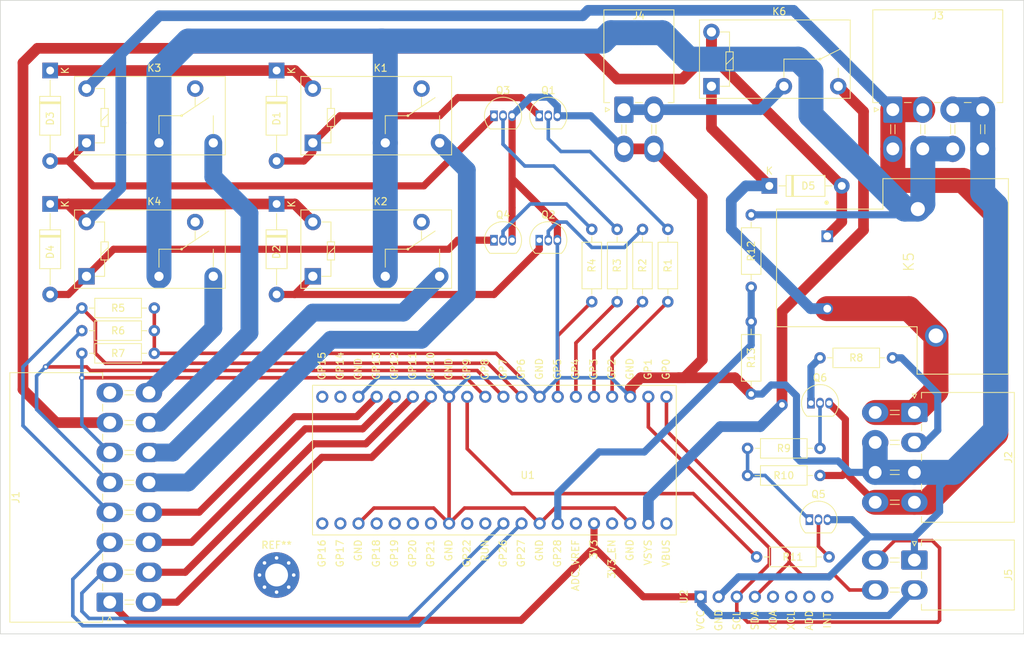
<source format=kicad_pcb>
(kicad_pcb (version 20211014) (generator pcbnew)
  (layers (0 "F.Cu" signal) (31 "B.Cu" signal) (34 "B.Paste" user) (35 "F.Paste" user) (36 "B.SilkS" user "B.Silkscreen") (37 "F.SilkS" user "F.Silkscreen") (38 "B.Mask" user) (39 "F.Mask" user) (44 "Edge.Cuts" user))
  (net 0 "")
  (net 1 "/GP0")
  (net 2 "/GP1")
  (net 3 "GND")
  (net 4 "/GP2")
  (net 5 "/GP3")
  (net 6 "/GP4")
  (net 7 "/GP5")
  (net 8 "/GP6")
  (net 9 "/GP7")
  (net 10 "/Blow Button")
  (net 11 "/GP9")
  (net 12 "/GP10")
  (net 13 "/GP11")
  (net 14 "/GP12")
  (net 15 "/GP13")
  (net 16 "/GP14")
  (net 17 "/GP15")
  (net 18 "/GP16")
  (net 19 "/GP17")
  (net 20 "/GP18")
  (net 21 "/GP19")
  (net 22 "/GP20")
  (net 23 "/GP21")
  (net 24 "/GP22")
  (net 25 "/RUN")
  (net 26 "/GP26")
  (net 27 "/GP27")
  (net 28 "/GP28")
  (net 29 "/ADC_VREF")
  (net 30 "/3V3")
  (net 31 "/3V3_EN")
  (net 32 "/VSYS")
  (net 33 "/VBUS")
  (net 38 "/MC:7")
  (net 39 "/+12V_Unswitched")
  (net 40 "/+12V")
  (net 41 "Net-(Q1-Pad2)")
  (net 42 "Net-(Q2-Pad2)")
  (net 43 "Net-(Q3-Pad2)")
  (net 44 "Net-(Q4-Pad2)")
  (net 45 "/External LED")
  (net 46 "Net-(J2-Pad2)")
  (net 47 "/+6V")
  (net 48 "Net-(J4-Pad1)")
  (net 49 "/MC:13")
  (net 51 "/MC:14")
  (net 53 "Net-(D3-Pad2)")
  (net 54 "/MC:15")
  (net 56 "Net-(D4-Pad2)")
  (net 57 "/MC:16")
  (net 59 "/MC:8")
  (net 60 "Net-(Q5-Pad1)")
  (net 61 "Net-(Q6-Pad2)")
  (net 62 "Net-(Q5-Pad2)")
  (net 63 "Net-(D1-Pad2)")
  (net 64 "Net-(D2-Pad2)")
  (footprint "Resistor_THT:R_Axial_DIN0207_L6.3mm_D2.5mm_P10.16mm_Horizontal" (layer "F.Cu") (at 200.406 89.916 -90)
    (fp_text reference "R4")
    (fp_text value "1K")
  )
  (footprint "Diode_THT:D_DO-41_SOD81_P10.16mm_Horizontal" (layer "F.Cu") (at 225.298 83.82)
    (fp_text reference "D5")
    (fp_text value "1N4007")
  )
  (footprint "Relay_THT:Relay_SPST_Omron-G5Q-1A" (layer "F.Cu") (at 217.185 69.84)
    (fp_text reference "K6")
    (fp_text value "G5Q-1A 12V")
  )
  (footprint "Connector_Molex:Molex_Mini-Fit_Jr_5569-16A2_2x08_P4.20mm_Horizontal" (layer "F.Cu") (at 132.815 142.24 90)
    (fp_text reference "J1")
    (fp_text value "Main Connector")
  )
  (footprint "Resistor_THT:R_Axial_DIN0207_L6.3mm_D2.5mm_P10.16mm_Horizontal" (layer "F.Cu") (at 223.52 135.89)
    (fp_text reference "R11")
    (fp_text value "1K")
  )
  (footprint "Relay_THT:Relay_SPDT_Omron-G5Q-1" (layer "F.Cu") (at 129.555 77.780945)
    (fp_text reference "K3")
    (fp_text value "G5Q-1 5V")
  )
  (footprint "Resistor_THT:R_Axial_DIN0207_L6.3mm_D2.5mm_P10.16mm_Horizontal" (layer "F.Cu") (at 139.065 100.965 180)
    (fp_text reference "R5")
    (fp_text value "1K")
  )
  (footprint "Connector_Molex:Molex_Mini-Fit_Jr_5569-08A2_2x04_P4.20mm_Horizontal" (layer "F.Cu") (at 242.62 73.125)
    (fp_text reference "J3")
    (fp_text value "12-6V Converter")
  )
  (footprint "Relay_THT:Relay_SPDT_Omron-G5Q-1" (layer "F.Cu") (at 161.29 96.51)
    (fp_text reference "K2")
    (fp_text value "G5Q-1 5V")
  )
  (footprint "Package_TO_SOT_THT:TO-92_Inline" (layer "F.Cu") (at 193.04 73.980945)
    (fp_text reference "Q1")
    (fp_text value "BC547")
  )
  (footprint "Resistor_THT:R_Axial_DIN0207_L6.3mm_D2.5mm_P10.16mm_Horizontal" (layer "F.Cu") (at 207.518 89.916 -90)
    (fp_text reference "R2")
    (fp_text value "1K")
  )
  (footprint "Diode_THT:D_DO-41_SOD81_P12.70mm_Horizontal" (layer "F.Cu") (at 156.21 86.36 -90)
    (fp_text reference "D2")
    (fp_text value "1N4007")
  )
  (footprint "Resistor_THT:R_Axial_DIN0207_L6.3mm_D2.5mm_P10.16mm_Horizontal" (layer "F.Cu") (at 222.758 98.044 90)
    (fp_text reference "R12")
    (fp_text value "22K")
  )
  (footprint "Package_TO_SOT_THT:TO-92_Inline" (layer "F.Cu") (at 231.14 114.3)
    (fp_text reference "Q6")
    (fp_text value "BC557")
  )
  (footprint "Resistor_THT:R_Axial_DIN0207_L6.3mm_D2.5mm_P10.16mm_Horizontal" (layer "F.Cu") (at 139.065 104.14 180)
    (fp_text reference "R6")
    (fp_text value "1K")
  )
  (footprint "Resistor_THT:R_Axial_DIN0207_L6.3mm_D2.5mm_P10.16mm_Horizontal" (layer "F.Cu") (at 232.41 107.95)
    (fp_text reference "R8")
    (fp_text value "470")
  )
  (footprint "Resistor_THT:R_Axial_DIN0207_L6.3mm_D2.5mm_P10.16mm_Horizontal" (layer "F.Cu") (at 232.41 124.46 180)
    (fp_text reference "R10")
    (fp_text value "10K")
  )
  (footprint "Relay_THT:Relay_SPDT_Omron-G5Q-1" (layer "F.Cu") (at 161.29 77.780945)
    (fp_text reference "K1")
    (fp_text value "G5Q-1 5V")
  )
  (footprint "custom_footprints:T9AS1D12" (layer "F.Cu") (at 233.425 90.885 -90)
    (fp_text reference "K5")
    (fp_text value "T9AS1D12")
  )
  (footprint "Resistor_THT:R_Axial_DIN0207_L6.3mm_D2.5mm_P10.16mm_Horizontal" (layer "F.Cu") (at 222.758 113.03 90)
    (fp_text reference "R13")
    (fp_text value "4.7K")
  )
  (footprint "Package_TO_SOT_THT:TO-92_Inline" (layer "F.Cu") (at 186.69 73.980945)
    (fp_text reference "Q3")
    (fp_text value "BC547")
  )
  (footprint "Connector_Molex:Molex_Mini-Fit_Jr_5569-04A2_2x02_P4.20mm_Horizontal" (layer "F.Cu") (at 245.645 136.33 -90)
    (fp_text reference "J5")
    (fp_text value "Depth Sensor")
  )
  (footprint "Package_TO_SOT_THT:TO-92_Inline" (layer "F.Cu") (at 193.04 91.44)
    (fp_text reference "Q2")
    (fp_text value "BC547")
  )
  (footprint "Connector_Molex:Molex_Mini-Fit_Jr_5569-08A2_2x04_P4.20mm_Horizontal" (layer "F.Cu") (at 245.645 115.62 -90)
    (fp_text reference "J2")
    (fp_text value "Main Power")
  )
  (footprint "Package_TO_SOT_THT:TO-92_Inline" (layer "F.Cu") (at 230.919087 130.665515)
    (fp_text reference "Q5")
    (fp_text value "BC547")
  )
  (footprint "Resistor_THT:R_Axial_DIN0207_L6.3mm_D2.5mm_P10.16mm_Horizontal" (layer "F.Cu") (at 222.25 120.65)
    (fp_text reference "R9")
    (fp_text value "1K")
  )
  (footprint "custom_footprints:mpu6050" (layer "F.Cu") (at 223.281 141.478 90)
    (fp_text reference "U2")
    (fp_text value "mpu6050_breakout")
  )
  (footprint "custom_footprints:raspberry_pi_pico" (layer "F.Cu") (at 187.96 121.92 180)
    (fp_text reference "U1")
    (fp_text value "raspberry_pi_pico")
  )
  (footprint "Resistor_THT:R_Axial_DIN0207_L6.3mm_D2.5mm_P10.16mm_Horizontal" (layer "F.Cu") (at 203.962 89.916 -90)
    (fp_text reference "R3")
    (fp_text value "1K")
  )
  (footprint "Diode_THT:D_DO-41_SOD81_P12.70mm_Horizontal" (layer "F.Cu") (at 156.21 67.630945 -90)
    (fp_text reference "D1")
    (fp_text value "1N4007")
  )
  (footprint "Relay_THT:Relay_SPDT_Omron-G5Q-1" (layer "F.Cu") (at 129.555 96.51)
    (fp_text reference "K4")
    (fp_text value "G5Q-1 5V")
  )
  (footprint "MountingHole:MountingHole_3.2mm_M3_Pad_Via" (layer "F.Cu") (at 156.21 138.43)
    (fp_text reference "REF**")
    (fp_text value "MountingHole_3.2mm_M3_Pad_Via")
  )
  (footprint "Diode_THT:D_DO-41_SOD81_P12.70mm_Horizontal" (layer "F.Cu") (at 124.46 86.36 -90)
    (fp_text reference "D4")
    (fp_text value "1N4007")
  )
  (footprint "Connector_Molex:Molex_Mini-Fit_Jr_5569-04A2_2x02_P4.20mm_Horizontal" (layer "F.Cu") (at 204.91 73.125)
    (fp_text reference "J4")
    (fp_text value "Controller Battery Connector")
  )
  (footprint "Resistor_THT:R_Axial_DIN0207_L6.3mm_D2.5mm_P10.16mm_Horizontal" (layer "F.Cu") (at 211.074 89.916 -90)
    (fp_text reference "R1")
    (fp_text value "1K")
  )
  (footprint "Package_TO_SOT_THT:TO-92_Inline" (layer "F.Cu") (at 186.69 91.44)
    (fp_text reference "Q4")
    (fp_text value "BC547")
  )
  (footprint "Diode_THT:D_DO-41_SOD81_P12.70mm_Horizontal" (layer "F.Cu") (at 124.46 67.630945 -90)
    (fp_text reference "D3")
    (fp_text value "1N4007")
  )
  (footprint "Resistor_THT:R_Axial_DIN0207_L6.3mm_D2.5mm_P10.16mm_Horizontal" (layer "F.Cu") (at 139.065 107.315 180)
    (fp_text reference "R7")
    (fp_text value "1K")
  )
  (gr_rect (start 117.475 57.785) (end 260.985 146.685) (layer "Edge.Cuts") (width 0.1) (fill none))
  (segment (start 229.855 138.43) (end 228.092 136.667) (width 0.5) (layer "F.Cu") (net 1))
  (segment (start 236.552233 140.53) (end 234.452233 138.43) (width 0.5) (layer "F.Cu") (net 1))
  (segment (start 228.092 136.667) (end 223.281 141.478) (width 0.5) (layer "F.Cu") (net 1))
  (segment (start 210.878 118.168) (end 228.092 135.382) (width 0.5) (layer "F.Cu") (net 1))
  (segment (start 234.452233 138.43) (end 229.855 138.43) (width 0.5) (layer "F.Cu") (net 1))
  (segment (start 210.878 113.412) (end 210.878 118.168) (width 0.5) (layer "F.Cu") (net 1))
  (segment (start 228.092 135.382) (end 228.092 136.667) (width 0.5) (layer "F.Cu") (net 1))
  (segment (start 240.145 140.53) (end 236.552233 140.53) (width 0.5) (layer "F.Cu") (net 1))
  (segment (start 222.25 145.034) (end 220.741 143.525) (width 0.5) (layer "F.Cu") (net 2))
  (segment (start 208.338 113.412) (end 208.338 117.66) (width 0.5) (layer "F.Cu") (net 2))
  (segment (start 220.741 143.525) (end 220.741 141.478) (width 0.5) (layer "F.Cu") (net 2))
  (segment (start 249.174 144.78) (end 248.92 145.034) (width 0.5) (layer "F.Cu") (net 2))
  (segment (start 242.871 133.604) (end 248.158 133.604) (width 0.5) (layer "F.Cu") (net 2))
  (segment (start 248.158 133.604) (end 249.174 134.62) (width 0.5) (layer "F.Cu") (net 2))
  (segment (start 240.145 136.33) (end 242.871 133.604) (width 0.5) (layer "F.Cu") (net 2))
  (segment (start 248.92 145.034) (end 222.25 145.034) (width 0.5) (layer "F.Cu") (net 2))
  (segment (start 225.298 136.921) (end 220.741 141.478) (width 0.5) (layer "F.Cu") (net 2))
  (segment (start 208.338 117.66) (end 225.298 134.62) (width 0.5) (layer "F.Cu") (net 2))
  (segment (start 249.174 134.62) (end 249.174 144.78) (width 0.5) (layer "F.Cu") (net 2))
  (segment (start 225.298 134.62) (end 225.298 136.921) (width 0.5) (layer "F.Cu") (net 2))
  (segment (start 205.798 112.21) (end 207.264 110.744) (width 1.5) (layer "F.Cu") (net 3))
  (segment (start 195.58 89.154) (end 189.23 82.804) (width 1) (layer "F.Cu") (net 3))
  (segment (start 190.938 129.032) (end 193.098 131.192) (width 0.5) (layer "F.Cu") (net 3))
  (segment (start 209.11 78.625) (end 215.9 85.415) (width 1.5) (layer "F.Cu") (net 3))
  (segment (start 187.001 107.315) (end 193.098 113.412) (width 0.5) (layer "F.Cu") (net 3))
  (segment (start 205.798 113.412) (end 205.798 112.21) (width 1.5) (layer "F.Cu") (net 3))
  (segment (start 193.098 131.192) (end 195.258 129.032) (width 0.5) (layer "F.Cu") (net 3))
  (segment (start 203.638 129.032) (end 205.798 131.192) (width 0.5) (layer "F.Cu") (net 3))
  (segment (start 139.065 104.14) (end 139.065 107.315) (width 0.5) (layer "F.Cu") (net 3))
  (segment (start 189.23 86.868) (end 189.23 91.44) (width 1) (layer "F.Cu") (net 3))
  (segment (start 213.36 110.744) (end 212.598 110.744) (width 1.5) (layer "F.Cu") (net 3))
  (segment (start 207.264 110.744) (end 212.598 110.744) (width 1.5) (layer "F.Cu") (net 3))
  (segment (start 167.698 131.192) (end 169.858 129.032) (width 0.5) (layer "F.Cu") (net 3))
  (segment (start 212.598 110.744) (end 220.472 110.744) (width 1.5) (layer "F.Cu") (net 3))
  (segment (start 189.23 73.980945) (end 189.23 86.868) (width 1) (layer "F.Cu") (net 3))
  (segment (start 215.9 108.204) (end 213.36 110.744) (width 1.5) (layer "F.Cu") (net 3))
  (segment (start 195.258 129.032) (end 203.638 129.032) (width 0.5) (layer "F.Cu") (net 3))
  (segment (start 220.472 110.744) (end 222.758 113.03) (width 1.5) (layer "F.Cu") (net 3))
  (segment (start 139.065 100.965) (end 139.065 104.14) (width 0.5) (layer "F.Cu") (net 3))
  (segment (start 180.398 113.412) (end 180.398 131.192) (width 0.5) (layer "F.Cu") (net 3))
  (segment (start 169.858 129.032) (end 178.238 129.032) (width 0.5) (layer "F.Cu") (net 3))
  (segment (start 139.065 107.315) (end 187.001 107.315) (width 0.5) (layer "F.Cu") (net 3))
  (segment (start 204.91 78.625) (end 209.11 78.625) (width 1.5) (layer "F.Cu") (net 3))
  (segment (start 180.398 131.192) (end 182.558 129.032) (width 0.5) (layer "F.Cu") (net 3))
  (segment (start 195.58 91.44) (end 195.58 89.154) (width 1) (layer "F.Cu") (net 3))
  (segment (start 178.238 129.032) (end 180.398 131.192) (width 0.5) (layer "F.Cu") (net 3))
  (segment (start 215.9 85.415) (end 215.9 108.204) (width 1.5) (layer "F.Cu") (net 3))
  (segment (start 182.558 129.032) (end 190.938 129.032) (width 0.5) (layer "F.Cu") (net 3))
  (segment (start 227.584 111.76) (end 229.108 113.284) (width 1) (layer "B.Cu") (net 3))
  (segment (start 251.02 73.125) (end 255.22 73.125) (width 3.5) (layer "B.Cu") (net 3))
  (segment (start 195.766 110.744) (end 195.58 110.558) (width 0.5) (layer "B.Cu") (net 3))
  (segment (start 200.265945 73.980945) (end 195.58 73.980945) (width 1) (layer "B.Cu") (net 3))
  (segment (start 245.645 136.33) (end 245.645 133.069) (width 1) (layer "B.Cu") (net 3))
  (segment (start 257.048 118.11) (end 251.138 124.02) (width 3.5) (layer "B.Cu") (net 3))
  (segment (start 190.43 110.744) (end 193.098 113.412) (width 0.5) (layer "B.Cu") (net 3))
  (segment (start 220.995 138.684) (end 233.68 138.684) (width 1) (layer "B.Cu") (net 3))
  (segment (start 177.73 110.744) (end 180.398 113.412) (width 0.5) (layer "B.Cu") (net 3))
  (segment (start 229.616 122.428) (end 234.95 122.428) (width 1) (layer "B.Cu") (net 3))
  (segment (start 233.459087 130.665515) (end 236.891515 130.665515) (width 1) (layer "B.Cu") (net 3))
  (segment (start 189.23 73.980945) (end 191.836945 71.374) (width 1) (layer "B.Cu") (net 3))
  (segment (start 203.13 110.744) (end 205.798 113.412) (width 0.5) (layer "B.Cu") (net 3))
  (segment (start 236.891515 130.665515) (end 239.295 133.069) (width 1) (layer "B.Cu") (net 3))
  (segment (start 233.68 138.684) (end 239.295 133.069) (width 1) (layer "B.Cu") (net 3))
  (segment (start 222.758 113.03) (end 224.282 113.03) (width 1) (layer "B.Cu") (net 3))
  (segment (start 225.552 111.76) (end 227.584 111.76) (width 1) (layer "B.Cu") (net 3))
  (segment (start 224.282 113.03) (end 225.552 111.76) (width 1) (layer "B.Cu") (net 3))
  (segment (start 193.098 113.412) (end 195.766 110.744) (width 0.5) (layer "B.Cu") (net 3))
  (segment (start 195.58 72.644) (end 195.58 73.980945) (width 1) (layer "B.Cu") (net 3))
  (segment (start 195.58 110.558) (end 195.58 91.44) (width 0.5) (layer "B.Cu") (net 3))
  (segment (start 234.95 122.428) (end 236.542 124.02) (width 1) (layer "B.Cu") (net 3))
  (segment (start 229.108 121.92) (end 229.616 122.428) (width 1) (layer "B.Cu") (net 3))
  (segment (start 195.766 110.744) (end 203.13 110.744) (width 0.5) (layer "B.Cu") (net 3))
  (segment (start 239.295 133.069) (end 245.645 133.069) (width 1) (layer "B.Cu") (net 3))
  (segment (start 257.048 86.614) (end 257.048 118.11) (width 3.5) (layer "B.Cu") (net 3))
  (segment (start 251.138 124.02) (end 245.645 124.02) (width 3.5) (layer "B.Cu") (net 3))
  (segment (start 191.836945 71.374) (end 194.31 71.374) (width 1) (layer "B.Cu") (net 3))
  (segment (start 180.398 113.412) (end 183.066 110.744) (width 0.5) (layer "B.Cu") (net 3))
  (segment (start 170.366 110.744) (end 177.73 110.744) (width 0.5) (layer "B.Cu") (net 3))
  (segment (start 245.645 124.02) (end 240.145 124.02) (width 3.5) (layer "B.Cu") (net 3))
  (segment (start 218.201 141.478) (end 220.995 138.684) (width 1) (layer "B.Cu") (net 3))
  (segment (start 255.22 84.786) (end 257.048 86.614) (width 3.5) (layer "B.Cu") (net 3))
  (segment (start 249.174 125.984) (end 251.138 124.02) (width 1) (layer "B.Cu") (net 3))
  (segment (start 204.91 78.625) (end 200.265945 73.980945) (width 1) (layer "B.Cu") (net 3))
  (segment (start 183.066 110.744) (end 190.43 110.744) (width 0.5) (layer "B.Cu") (net 3))
  (segment (start 245.645 133.069) (end 249.174 129.54) (width 1) (layer "B.Cu") (net 3))
  (segment (start 240.145 119.82) (end 240.145 124.02) (width 3.5) (layer "B.Cu") (net 3))
  (segment (start 255.22 73.125) (end 255.22 78.625) (width 3.5) (layer "B.Cu") (net 3))
  (segment (start 255.22 78.625) (end 255.22 84.786) (width 3.5) (layer "B.Cu") (net 3))
  (segment (start 229.108 113.284) (end 229.108 121.92) (width 1) (layer "B.Cu") (net 3))
  (segment (start 249.174 129.54) (end 249.174 125.984) (width 1) (layer "B.Cu") (net 3))
  (segment (start 167.698 113.412) (end 170.366 110.744) (width 0.5) (layer "B.Cu") (net 3))
  (segment (start 194.31 71.374) (end 195.58 72.644) (width 1) (layer "B.Cu") (net 3))
  (segment (start 236.542 124.02) (end 240.145 124.02) (width 1) (layer "B.Cu") (net 3))
  (segment (start 211.074 100.076) (end 203.258 107.892) (width 0.5) (layer "F.Cu") (net 4))
  (segment (start 203.258 107.892) (end 203.258 113.412) (width 0.5) (layer "F.Cu") (net 4))
  (segment (start 200.718 106.876) (end 200.718 113.412) (width 0.5) (layer "F.Cu") (net 5))
  (segment (start 207.518 100.076) (end 200.718 106.876) (width 0.5) (layer "F.Cu") (net 5))
  (segment (start 198.178 105.86) (end 198.178 113.412) (width 0.5) (layer "F.Cu") (net 6))
  (segment (start 203.962 100.076) (end 198.178 105.86) (width 0.5) (layer "F.Cu") (net 6))
  (segment (start 195.638 104.844) (end 195.638 113.412) (width 0.5) (layer "F.Cu") (net 7))
  (segment (start 200.406 100.076) (end 195.638 104.844) (width 0.5) (layer "F.Cu") (net 7))
  (segment (start 130.81 102.87) (end 130.81 107.315) (width 0.5) (layer "F.Cu") (net 8))
  (segment (start 185.858 108.712) (end 190.558 113.412) (width 0.5) (layer "F.Cu") (net 8))
  (segment (start 132.207 108.712) (end 185.858 108.712) (width 0.5) (layer "F.Cu") (net 8))
  (segment (start 130.81 107.315) (end 132.207 108.712) (width 0.5) (layer "F.Cu") (net 8))
  (segment (start 128.905 100.965) (end 130.81 102.87) (width 0.5) (layer "F.Cu") (net 8))
  (segment (start 120.65 117.475) (end 132.815 129.64) (width 0.5) (layer "B.Cu") (net 8))
  (segment (start 128.905 100.965) (end 120.65 109.22) (width 0.5) (layer "B.Cu") (net 8))
  (segment (start 120.65 109.22) (end 120.65 117.475) (width 0.5) (layer "B.Cu") (net 8))
  (segment (start 129.569541 109.22) (end 123.825 109.22) (width 0.5) (layer "F.Cu") (net 9))
  (segment (start 184.334 109.728) (end 130.077541 109.728) (width 0.5) (layer "F.Cu") (net 9))
  (segment (start 188.018 113.412) (end 184.334 109.728) (width 0.5) (layer "F.Cu") (net 9))
  (segment (start 130.077541 109.728) (end 129.569541 109.22) (width 0.5) (layer "F.Cu") (net 9))
  (via (at 123.825 109.22) (size 0.8) (drill 0.4) (layers "F.Cu" "B.Cu") (net 9))
  (segment (start 122.555 115.18) (end 132.815 125.44) (width 0.5) (layer "B.Cu") (net 9))
  (segment (start 128.905 104.14) (end 122.555 110.49) (width 0.5) (layer "B.Cu") (net 9))
  (segment (start 122.555 110.49) (end 122.555 115.18) (width 0.5) (layer "B.Cu") (net 9))
  (segment (start 182.81 110.744) (end 128.905 110.744) (width 0.5) (layer "F.Cu") (net 10))
  (segment (start 185.478 113.412) (end 182.81 110.744) (width 0.5) (layer "F.Cu") (net 10))
  (via (at 128.905 110.744) (size 0.8) (drill 0.4) (layers "F.Cu" "B.Cu") (net 10))
  (segment (start 128.905 110.744) (end 128.905 117.33) (width 0.5) (layer "B.Cu") (net 10))
  (segment (start 128.905 110.49) (end 128.905 110.744) (width 0.5) (layer "B.Cu") (net 10))
  (segment (start 128.905 117.33) (end 132.815 121.24) (width 0.5) (layer "B.Cu") (net 10))
  (segment (start 128.905 107.315) (end 128.905 110.49) (width 0.5) (layer "B.Cu") (net 10))
  (segment (start 189.23 127) (end 182.938 120.708) (width 0.5) (layer "F.Cu") (net 11))
  (segment (start 214.63 127) (end 189.23 127) (width 0.5) (layer "F.Cu") (net 11))
  (segment (start 223.52 135.89) (end 214.63 127) (width 0.5) (layer "F.Cu") (net 11))
  (segment (start 182.938 120.708) (end 182.938 113.412) (width 0.5) (layer "F.Cu") (net 11))
  (segment (start 162.56 121.92) (end 142.24 142.24) (width 1) (layer "F.Cu") (net 12))
  (segment (start 142.24 142.24) (end 138.315 142.24) (width 1) (layer "F.Cu") (net 12))
  (segment (start 177.858 113.607) (end 169.545 121.92) (width 1) (layer "F.Cu") (net 12))
  (segment (start 169.545 121.92) (end 162.56 121.92) (width 1) (layer "F.Cu") (net 12))
  (segment (start 177.858 113.412) (end 177.858 113.607) (width 1) (layer "F.Cu") (net 12))
  (segment (start 175.318 113.412) (end 168.715 120.015) (width 1) (layer "F.Cu") (net 13))
  (segment (start 161.417 120.015) (end 143.392 138.04) (width 1) (layer "F.Cu") (net 13))
  (segment (start 143.392 138.04) (end 138.315 138.04) (width 1) (layer "F.Cu") (net 13))
  (segment (start 168.715 120.015) (end 161.417 120.015) (width 1) (layer "F.Cu") (net 13))
  (segment (start 144.29 133.84) (end 138.315 133.84) (width 1) (layer "F.Cu") (net 14))
  (segment (start 172.778 113.412) (end 168.275 117.915) (width 1) (layer "F.Cu") (net 14))
  (segment (start 160.215 117.915) (end 144.29 133.84) (width 1) (layer "F.Cu") (net 14))
  (segment (start 168.275 117.915) (end 160.215 117.915) (width 1) (layer "F.Cu") (net 14))
  (segment (start 145.345 129.61) (end 138.345 129.61) (width 1) (layer "F.Cu") (net 15))
  (segment (start 167.445 116.205) (end 158.75 116.205) (width 1) (layer "F.Cu") (net 15))
  (segment (start 170.238 113.412) (end 167.445 116.205) (width 1) (layer "F.Cu") (net 15))
  (segment (start 158.75 116.205) (end 145.345 129.61) (width 1) (layer "F.Cu") (net 15))
  (segment (start 138.345 129.61) (end 138.315 129.64) (width 1) (layer "F.Cu") (net 15))
  (segment (start 129.921 144.526) (end 174.684 144.526) (width 0.5) (layer "B.Cu") (net 26))
  (segment (start 128.905 140.97) (end 128.905 143.51) (width 0.5) (layer "B.Cu") (net 26))
  (segment (start 131.835 138.04) (end 128.905 140.97) (width 0.5) (layer "B.Cu") (net 26))
  (segment (start 128.905 143.51) (end 129.921 144.526) (width 0.5) (layer "B.Cu") (net 26))
  (segment (start 174.684 144.526) (end 188.018 131.192) (width 0.5) (layer "B.Cu") (net 26))
  (segment (start 132.815 138.04) (end 131.835 138.04) (width 0.5) (layer "B.Cu") (net 26))
  (segment (start 176.208 145.542) (end 190.558 131.192) (width 0.5) (layer "B.Cu") (net 27))
  (segment (start 132.815 133.84) (end 127.635 139.02) (width 0.5) (layer "B.Cu") (net 27))
  (segment (start 127.635 139.02) (end 127.635 144.145) (width 0.5) (layer "B.Cu") (net 27))
  (segment (start 127.635 144.145) (end 129.032 145.542) (width 0.5) (layer "B.Cu") (net 27))
  (segment (start 129.032 145.542) (end 176.208 145.542) (width 0.5) (layer "B.Cu") (net 27))
  (segment (start 201.422 121.158) (end 195.638 126.942) (width 1) (layer "B.Cu") (net 28))
  (segment (start 195.638 126.942) (end 195.638 131.192) (width 1) (layer "B.Cu") (net 28))
  (segment (start 222.758 98.044) (end 222.758 102.87) (width 1) (layer "B.Cu") (net 28))
  (segment (start 207.772 121.158) (end 201.422 121.158) (width 1) (layer "B.Cu") (net 28))
  (segment (start 222.758 102.87) (end 222.758 106.172) (width 1) (layer "B.Cu") (net 28))
  (segment (start 222.758 106.172) (end 207.772 121.158) (width 1) (layer "B.Cu") (net 28))
  (segment (start 207.634 141.478) (end 200.718 134.562) (width 1) (layer "F.Cu") (net 30))
  (segment (start 215.661 141.478) (end 207.634 141.478) (width 1) (layer "F.Cu") (net 30))
  (segment (start 190.5 144.78) (end 200.718 134.562) (width 1) (layer "F.Cu") (net 30))
  (segment (start 200.718 134.562) (end 200.718 131.192) (width 1) (layer "F.Cu") (net 30))
  (segment (start 132.815 142.24) (end 135.355 144.78) (width 1) (layer "F.Cu") (net 30))
  (segment (start 135.355 144.78) (end 190.5 144.78) (width 1) (layer "F.Cu") (net 30))
  (segment (start 215.661 142.509) (end 215.661 141.478) (width 1) (layer "B.Cu") (net 30))
  (segment (start 217.265 144.113) (end 215.661 142.509) (width 1) (layer "B.Cu") (net 30))
  (segment (start 242.062 144.113) (end 217.265 144.113) (width 1) (layer "B.Cu") (net 30))
  (segment (start 245.645 140.53) (end 242.062 144.113) (width 1) (layer "B.Cu") (net 30))
  (segment (start 238.506 73.381) (end 238.506 90.014812) (width 1.5) (layer "F.Cu") (net 32))
  (segment (start 227.076 101.444812) (end 227.076 114.554) (width 1.5) (layer "F.Cu") (net 32))
  (segment (start 234.965 69.84) (end 238.506 73.381) (width 1.5) (layer "F.Cu") (net 32))
  (segment (start 238.506 90.014812) (end 227.076 101.444812) (width 1.5) (layer "F.Cu") (net 32))
  (via (at 227.076 114.554) (size 1.6) (drill 0.8) (layers "F.Cu" "B.Cu") (net 32))
  (segment (start 224.028 117.602) (end 218.44 117.602) (width 1.5) (layer "B.Cu") (net 32))
  (segment (start 218.44 117.602) (end 208.338 127.704) (width 1.5) (layer "B.Cu") (net 32))
  (segment (start 227.076 114.554) (end 224.028 117.602) (width 1.5) (layer "B.Cu") (net 32))
  (segment (start 208.338 127.704) (end 208.338 131.192) (width 1.5) (layer "B.Cu") (net 32))
  (segment (start 120.65 66.548) (end 120.65 112.395) (width 1.5) (layer "F.Cu") (net 38))
  (segment (start 199.644 64.516) (end 122.682 64.516) (width 1.5) (layer "F.Cu") (net 38))
  (segment (start 203.962 68.834) (end 199.644 64.516) (width 1.5) (layer "F.Cu") (net 38))
  (segment (start 125.295 117.04) (end 132.815 117.04) (width 1.5) (layer "F.Cu") (net 38))
  (segment (start 217.185 64.755) (end 213.106 68.834) (width 1.5) (layer "F.Cu") (net 38))
  (segment (start 235.458 88.852) (end 233.425 90.885) (width 1.5) (layer "F.Cu") (net 38))
  (segment (start 217.185 65.547) (end 235.458 83.82) (width 1.5) (layer "F.Cu") (net 38))
  (segment (start 213.106 68.834) (end 203.962 68.834) (width 1.5) (layer "F.Cu") (net 38))
  (segment (start 120.65 112.395) (end 125.295 117.04) (width 1.5) (layer "F.Cu") (net 38))
  (segment (start 122.682 64.516) (end 120.65 66.548) (width 1.5) (layer "F.Cu") (net 38))
  (segment (start 217.185 62.22) (end 217.185 64.755) (width 1.5) (layer "F.Cu") (net 38))
  (segment (start 235.458 83.82) (end 235.458 88.852) (width 1.5) (layer "F.Cu") (net 38))
  (segment (start 217.185 62.22) (end 217.185 65.547) (width 1.5) (layer "F.Cu") (net 38))
  (segment (start 217.185 75.707) (end 217.185 69.84) (width 1.5) (layer "F.Cu") (net 39))
  (segment (start 248.665 104.855) (end 248.665 112.6) (width 3.5) (layer "F.Cu") (net 39))
  (segment (start 245.645 115.62) (end 240.145 115.62) (width 3.5) (layer "F.Cu") (net 39))
  (segment (start 225.298 83.82) (end 217.185 75.707) (width 1.5) (layer "F.Cu") (net 39))
  (segment (start 248.665 104.855) (end 244.855 101.045) (width 3.5) (layer "F.Cu") (net 39))
  (segment (start 248.665 112.6) (end 245.645 115.62) (width 3.5) (layer "F.Cu") (net 39))
  (segment (start 244.855 101.045) (end 233.425 101.045) (width 3.5) (layer "F.Cu") (net 39))
  (segment (start 225.298 83.82) (end 221.996 83.82) (width 1.5) (layer "B.Cu") (net 39))
  (segment (start 219.964 89.916) (end 231.093 101.045) (width 1.5) (layer "B.Cu") (net 39))
  (segment (start 219.964 85.852) (end 219.964 89.916) (width 1.5) (layer "B.Cu") (net 39))
  (segment (start 231.093 101.045) (end 233.425 101.045) (width 1.5) (layer "B.Cu") (net 39))
  (segment (start 221.996 83.82) (end 219.964 85.852) (width 1.5) (layer "B.Cu") (net 39))
  (segment (start 246.82 86.38) (end 246.125 87.075) (width 3.5) (layer "B.Cu") (net 40))
  (segment (start 139.715 67.615945) (end 143.830945 63.5) (width 3.5) (layer "B.Cu") (net 40))
  (segment (start 210.279999 62.324999) (end 213.995 66.04) (width 3.5) (layer "B.Cu") (net 40))
  (segment (start 203.105001 62.324999) (end 210.279999 62.324999) (width 3.5) (layer "B.Cu") (net 40))
  (segment (start 139.715 67.615945) (end 139.715 77.780945) (width 3.5) (layer "B.Cu") (net 40))
  (segment (start 201.93 63.5) (end 203.105001 62.324999) (width 3.5) (layer "B.Cu") (net 40))
  (segment (start 213.995 66.04) (end 229.349063 66.04) (width 3.5) (layer "B.Cu") (net 40))
  (segment (start 231.14 73.914) (end 244.301 87.075) (width 3.5) (layer "B.Cu") (net 40))
  (segment (start 170.942 63.5) (end 171.45 64.008) (width 3.5) (layer "B.Cu") (net 40))
  (segment (start 245.316 87.884) (end 246.125 87.075) (width 1) (layer "B.Cu") (net 40))
  (segment (start 246.82 78.625) (end 246.82 86.38) (width 3.5) (layer "B.Cu") (net 40))
  (segment (start 171.45 77.780945) (end 171.45 96.51) (width 3.5) (layer "B.Cu") (net 40))
  (segment (start 143.830945 63.5) (end 170.942 63.5) (width 3.5) (layer "B.Cu") (net 40))
  (segment (start 139.715 77.780945) (end 139.715 96.51) (width 3.5) (layer "B.Cu") (net 40))
  (segment (start 170.942 63.5) (end 201.93 63.5) (width 3.5) (layer "B.Cu") (net 40))
  (segment (start 222.758 87.884) (end 245.316 87.884) (width 1) (layer "B.Cu") (net 40))
  (segment (start 231.14 67.830937) (end 231.14 73.914) (width 3.5) (layer "B.Cu") (net 40))
  (segment (start 251.02 78.625) (end 246.82 78.625) (width 3.5) (layer "B.Cu") (net 40))
  (segment (start 171.45 64.008) (end 171.45 77.780945) (width 3.5) (layer "B.Cu") (net 40))
  (segment (start 244.301 87.075) (end 246.125 87.075) (width 3.5) (layer "B.Cu") (net 40))
  (segment (start 229.349063 66.04) (end 231.14 67.830937) (width 3.5) (layer "B.Cu") (net 40))
  (segment (start 211.074 89.916) (end 200.152 78.994) (width 0.5) (layer "B.Cu") (net 41))
  (segment (start 200.152 78.994) (end 196.088 78.994) (width 0.5) (layer "B.Cu") (net 41))
  (segment (start 196.088 78.994) (end 194.31 77.216) (width 0.5) (layer "B.Cu") (net 41))
  (segment (start 194.31 77.216) (end 194.31 73.980945) (width 0.5) (layer "B.Cu") (net 41))
  (segment (start 196.85 88.9) (end 200.406 92.456) (width 0.5) (layer "B.Cu") (net 42))
  (segment (start 204.978 92.456) (end 207.518 89.916) (width 0.5) (layer "B.Cu") (net 42))
  (segment (start 195.58 88.9) (end 196.85 88.9) (width 0.5) (layer "B.Cu") (net 42))
  (segment (start 194.31 90.17) (end 195.58 88.9) (width 0.5) (layer "B.Cu") (net 42))
  (segment (start 200.406 92.456) (end 204.978 92.456) (width 0.5) (layer "B.Cu") (net 42))
  (segment (start 194.31 91.44) (end 194.31 90.17) (width 0.5) (layer "B.Cu") (net 42))
  (segment (start 191.008 81.026) (end 187.96 77.978) (width 0.5) (layer "B.Cu") (net 43))
  (segment (start 187.96 77.978) (end 187.96 73.980945) (width 0.5) (layer "B.Cu") (net 43))
  (segment (start 203.962 89.916) (end 195.072 81.026) (width 0.5) (layer "B.Cu") (net 43))
  (segment (start 195.072 81.026) (end 191.008 81.026) (width 0.5) (layer "B.Cu") (net 43))
  (segment (start 200.406 89.916) (end 196.85 86.36) (width 0.5) (layer "B.Cu") (net 44))
  (segment (start 187.96 90.17) (end 187.96 91.44) (width 0.5) (layer "B.Cu") (net 44))
  (segment (start 196.85 86.36) (end 191.77 86.36) (width 0.5) (layer "B.Cu") (net 44))
  (segment (start 191.77 86.36) (end 187.96 90.17) (width 0.5) (layer "B.Cu") (net 44))
  (segment (start 231.14 109.22) (end 231.14 114.3) (width 1) (layer "B.Cu") (net 45))
  (segment (start 232.41 107.95) (end 231.14 109.22) (width 1) (layer "B.Cu") (net 45))
  (segment (start 242.57 107.95) (end 243.84 107.95) (width 1) (layer "B.Cu") (net 46))
  (segment (start 247.21 119.82) (end 245.645 119.82) (width 1) (layer "B.Cu") (net 46))
  (segment (start 248.92 118.11) (end 247.21 119.82) (width 1) (layer "B.Cu") (net 46))
  (segment (start 248.92 113.03) (end 248.92 118.11) (width 1) (layer "B.Cu") (net 46))
  (segment (start 243.84 107.95) (end 248.92 113.03) (width 1) (layer "B.Cu") (net 46))
  (segment (start 156.21 67.630945) (end 158.76 67.630945) (width 1.5) (layer "F.Cu") (net 47))
  (segment (start 242.62 73.125) (end 242.62 78.625) (width 3.5) (layer "F.Cu") (net 47))
  (segment (start 129.555 70.160945) (end 132.085 67.630945) (width 1.5) (layer "F.Cu") (net 47))
  (segment (start 156.21 86.36) (end 158.76 86.36) (width 1.5) (layer "F.Cu") (net 47))
  (segment (start 237.0645 125.1395) (end 240.145 128.22) (width 1) (layer "F.Cu") (net 47))
  (segment (start 243.586 83.058) (end 252.476 83.058) (width 3.5) (layer "F.Cu") (net 47))
  (segment (start 158.76 67.630945) (end 161.29 70.160945) (width 1.5) (layer "F.Cu") (net 47))
  (segment (start 156.21 67.630945) (end 132.715 67.630945) (width 1.5) (layer "F.Cu") (net 47))
  (segment (start 235.547 124.46) (end 232.41 124.46) (width 1) (layer "F.Cu") (net 47))
  (segment (start 235.966 124.041) (end 235.547 124.46) (width 1) (layer "F.Cu") (net 47))
  (segment (start 240.145 128.22) (end 245.645 128.22) (width 3.5) (layer "F.Cu") (net 47))
  (segment (start 242.62 78.625) (end 242.62 82.092) (width 3.5) (layer "F.Cu") (net 47))
  (segment (start 235.966 124.041) (end 237.0645 125.1395) (width 1) (layer "F.Cu") (net 47))
  (segment (start 236.385 124.46) (end 237.0645 125.1395) (width 1) (layer "F.Cu") (net 47))
  (segment (start 242.62 82.092) (end 243.586 83.058) (width 3.5) (layer "F.Cu") (net 47))
  (segment (start 156.21 86.36) (end 124.46 86.36) (width 1.5) (layer "F.Cu") (net 47))
  (segment (start 132.715 67.630945) (end 124.46 67.630945) (width 1.5) (layer "F.Cu") (net 47))
  (segment (start 257.048 87.63) (end 257.048 118.618) (width 3.5) (layer "F.Cu") (net 47))
  (segment (start 257.048 118.618) (end 247.446 128.22) (width 3.5) (layer "F.Cu") (net 47))
  (segment (start 233.68 114.3) (end 235.966 116.586) (width 1) (layer "F.Cu") (net 47))
  (segment (start 132.085 67.630945) (end 132.715 67.630945) (width 1.5) (layer "F.Cu") (net 47))
  (segment (start 158.76 86.36) (end 161.29 88.89) (width 1.5) (layer "F.Cu") (net 47))
  (segment (start 252.476 83.058) (end 257.048 87.63) (width 3.5) (layer "F.Cu") (net 47))
  (segment (start 127.025 86.36) (end 129.555 88.89) (width 1.5) (layer "F.Cu") (net 47))
  (segment (start 235.966 116.586) (end 235.966 124.041) (width 1) (layer "F.Cu") (net 47))
  (segment (start 247.446 128.22) (end 245.645 128.22) (width 3.5) (layer "F.Cu") (net 47))
  (segment (start 246.82 73.125) (end 242.62 73.125) (width 3.5) (layer "F.Cu") (net 47))
  (segment (start 199.898 59.182) (end 228.677 59.182) (width 1.5) (layer "B.Cu") (net 47))
  (segment (start 228.677 59.182) (end 242.62 73.125) (width 1.5) (layer "B.Cu") (net 47))
  (segment (start 134.366 65.349945) (end 129.555 70.160945) (width 1.5) (layer "B.Cu") (net 47))
  (segment (start 199.136 59.944) (end 199.898 59.182) (width 1.5) (layer "B.Cu") (net 47))
  (segment (start 134.366 65.349945) (end 139.771945 59.944) (width 1.5) (layer "B.Cu") (net 47))
  (segment (start 134.366 84.079) (end 129.555 88.89) (width 1.5) (layer "B.Cu") (net 47))
  (segment (start 134.366 65.349945) (end 134.366 74.971945) (width 1.5) (layer "B.Cu") (net 47))
  (segment (start 134.366 74.971945) (end 134.366 84.079) (width 1.5) (layer "B.Cu") (net 47))
  (segment (start 139.771945 59.944) (end 199.136 59.944) (width 1.5) (layer "B.Cu") (net 47))
  (segment (start 224.06 73.125) (end 209.11 73.125) (width 1.5) (layer "B.Cu") (net 48))
  (segment (start 227.345 69.84) (end 224.06 73.125) (width 1.5) (layer "B.Cu") (net 48))
  (segment (start 209.11 73.125) (end 204.91 73.125) (width 1.5) (layer "B.Cu") (net 48))
  (segment (start 138.315 125.44) (end 143.8 125.44) (width 2.5) (layer "B.Cu") (net 49))
  (segment (start 182.88 99.06) (end 182.88 81.590945) (width 2.5) (layer "B.Cu") (net 49))
  (segment (start 176.53 105.41) (end 182.88 99.06) (width 2.5) (layer "B.Cu") (net 49))
  (segment (start 182.88 81.590945) (end 179.07 77.780945) (width 2.5) (layer "B.Cu") (net 49))
  (segment (start 143.8 125.44) (end 163.83 105.41) (width 2.5) (layer "B.Cu") (net 49))
  (segment (start 163.83 105.41) (end 176.53 105.41) (width 2.5) (layer "B.Cu") (net 49))
  (segment (start 173.98 101.6) (end 179.07 96.51) (width 2.5) (layer "B.Cu") (net 51))
  (segment (start 138.315 121.24) (end 141.65 121.24) (width 2.5) (layer "B.Cu") (net 51))
  (segment (start 161.29 101.6) (end 173.98 101.6) (width 2.5) (layer "B.Cu") (net 51))
  (segment (start 141.65 121.24) (end 161.29 101.6) (width 2.5) (layer "B.Cu") (net 51))
  (segment (start 186.69 73.980945) (end 176.850945 83.82) (width 1) (layer "F.Cu") (net 53))
  (segment (start 127.005 80.330945) (end 129.555 77.780945) (width 1) (layer "F.Cu") (net 53))
  (segment (start 176.850945 83.82) (end 130.489055 83.82) (width 1) (layer "F.Cu") (net 53))
  (segment (start 127.005 80.335945) (end 127.005 80.330945) (width 1) (layer "F.Cu") (net 53))
  (segment (start 124.46 80.330945) (end 127.005 80.330945) (width 1) (layer "F.Cu") (net 53))
  (segment (start 130.489055 83.82) (end 127.005 80.335945) (width 1) (layer "F.Cu") (net 53))
  (segment (start 147.335 82.565) (end 147.335 77.780945) (width 2.5) (layer "B.Cu") (net 54))
  (segment (start 138.315 117.04) (end 139.8175 117.04) (width 2.5) (layer "B.Cu") (net 54))
  (segment (start 152.4 104.4575) (end 152.4 87.63) (width 2.5) (layer "B.Cu") (net 54))
  (segment (start 139.8175 117.04) (end 152.4 104.4575) (width 2.5) (layer "B.Cu") (net 54))
  (segment (start 152.4 87.63) (end 147.335 82.565) (width 2.5) (layer "B.Cu") (net 54))
  (segment (start 180.34 92.71) (end 181.61 91.44) (width 1) (layer "F.Cu") (net 56))
  (segment (start 124.46 99.06) (end 127.005 99.06) (width 1) (layer "F.Cu") (net 56))
  (segment (start 133.355 92.71) (end 180.34 92.71) (width 1) (layer "F.Cu") (net 56))
  (segment (start 181.61 91.44) (end 186.69 91.44) (width 1) (layer "F.Cu") (net 56))
  (segment (start 129.555 96.51) (end 133.355 92.71) (width 1) (layer "F.Cu") (net 56))
  (segment (start 127.005 99.06) (end 129.555 96.51) (width 1) (layer "F.Cu") (net 56))
  (segment (start 147.335 103.82) (end 138.315 112.84) (width 2.5) (layer "B.Cu") (net 57))
  (segment (start 147.335 96.51) (end 147.335 103.82) (width 2.5) (layer "B.Cu") (net 57))
  (segment (start 224.713572 124.46) (end 230.919087 130.665515) (width 0.5) (layer "B.Cu") (net 60))
  (segment (start 222.25 124.46) (end 224.713572 124.46) (width 0.5) (layer "B.Cu") (net 60))
  (segment (start 222.25 120.65) (end 222.25 124.46) (width 0.5) (layer "B.Cu") (net 60))
  (segment (start 232.41 114.3) (end 232.41 120.65) (width 0.5) (layer "B.Cu") (net 61))
  (segment (start 232.189087 134.399087) (end 233.68 135.89) (width 0.5) (layer "F.Cu") (net 62))
  (segment (start 232.189087 130.665515) (end 232.189087 134.399087) (width 0.5) (layer "F.Cu") (net 62))
  (segment (start 179.07 73.980945) (end 165.1 73.980945) (width 1) (layer "F.Cu") (net 63))
  (segment (start 161.3 77.780945) (end 161.29 77.780945) (width 1) (layer "F.Cu") (net 63))
  (segment (start 156.21 80.330945) (end 160.02 80.330945) (width 1) (layer "F.Cu") (net 63))
  (segment (start 161.29 79.060945) (end 161.29 77.780945) (width 1) (layer "F.Cu") (net 63))
  (segment (start 190.5 71.440945) (end 181.61 71.440945) (width 1) (layer "F.Cu") (net 63))
  (segment (start 160.02 80.330945) (end 161.29 79.060945) (width 1) (layer "F.Cu") (net 63))
  (segment (start 193.04 73.980945) (end 190.5 71.440945) (width 1) (layer "F.Cu") (net 63))
  (segment (start 181.61 71.440945) (end 179.07 73.980945) (width 1) (layer "F.Cu") (net 63))
  (segment (start 165.1 73.980945) (end 161.3 77.780945) (width 1) (layer "F.Cu") (net 63))
  (segment (start 158.74 99.06) (end 161.29 96.51) (width 1) (layer "F.Cu") (net 64))
  (segment (start 156.21 99.06) (end 158.74 99.06) (width 1) (layer "F.Cu") (net 64))
  (segment (start 193.04 92.71) (end 186.69 99.06) (width 1) (layer "F.Cu") (net 64))
  (segment (start 193.04 91.44) (end 193.04 92.71) (width 1) (layer "F.Cu") (net 64))
  (segment (start 186.69 99.06) (end 158.74 99.06) (width 1) (layer "F.Cu") (net 64))
)
</source>
